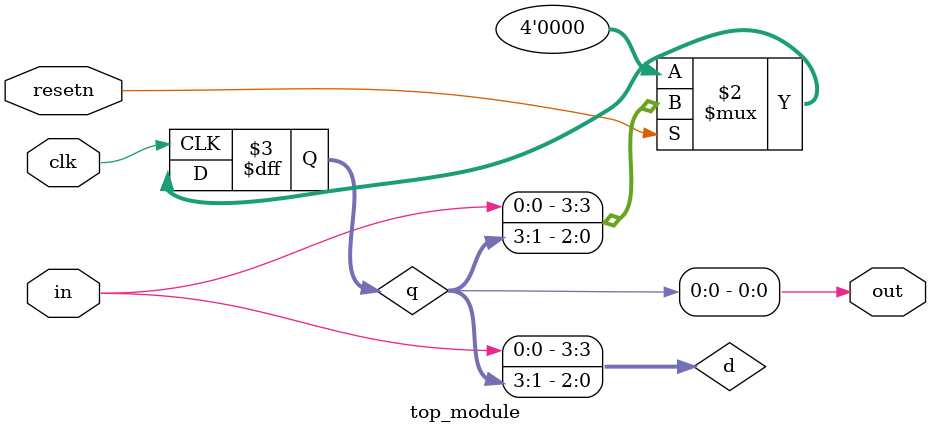
<source format=v>
module top_module (
	input clk,
	input resetn,
	input in,
	output out
);

	wire [3:0] d, q;

	assign d[3] = in;
	assign d[2:0] = q[3:1];
	assign out = q[0];

	always @(posedge clk)
		q <= resetn ? d : 4'h0;


endmodule

</source>
